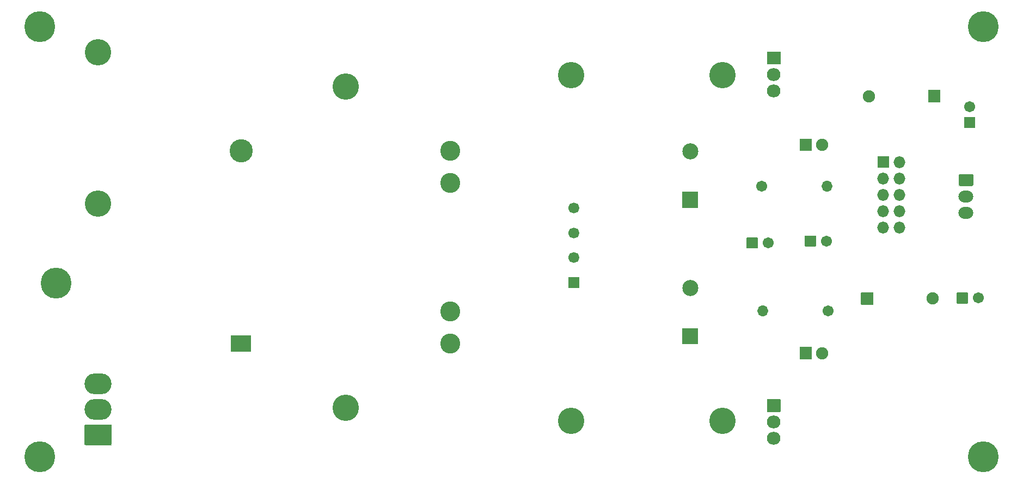
<source format=gbr>
G04 #@! TF.GenerationSoftware,KiCad,Pcbnew,(5.1.7)-1*
G04 #@! TF.CreationDate,2020-12-29T20:40:21+00:00*
G04 #@! TF.ProjectId,KOSMOPSU2,4b4f534d-4f50-4535-9532-2e6b69636164,rev?*
G04 #@! TF.SameCoordinates,Original*
G04 #@! TF.FileFunction,Soldermask,Bot*
G04 #@! TF.FilePolarity,Negative*
%FSLAX46Y46*%
G04 Gerber Fmt 4.6, Leading zero omitted, Abs format (unit mm)*
G04 Created by KiCad (PCBNEW (5.1.7)-1) date 2020-12-29 20:40:21*
%MOMM*%
%LPD*%
G01*
G04 APERTURE LIST*
%ADD10C,1.702000*%
%ADD11C,4.802000*%
%ADD12C,4.102000*%
%ADD13O,1.902000X1.902000*%
%ADD14O,2.102000X2.007000*%
%ADD15C,3.602000*%
%ADD16C,3.102000*%
%ADD17C,2.502000*%
%ADD18C,1.692000*%
%ADD19C,1.902000*%
%ADD20O,4.202000X3.262000*%
%ADD21O,1.829200X1.829200*%
%ADD22O,2.302000X1.842000*%
%ADD23O,1.702000X1.702000*%
%ADD24C,0.100000*%
G04 APERTURE END LIST*
D10*
X172466000Y-65572000D03*
G36*
G01*
X173266000Y-68923000D02*
X171666000Y-68923000D01*
G75*
G02*
X171615000Y-68872000I0J51000D01*
G01*
X171615000Y-67272000D01*
G75*
G02*
X171666000Y-67221000I51000J0D01*
G01*
X173266000Y-67221000D01*
G75*
G02*
X173317000Y-67272000I0J-51000D01*
G01*
X173317000Y-68872000D01*
G75*
G02*
X173266000Y-68923000I-51000J0D01*
G01*
G37*
D11*
X174570000Y-120080000D03*
X174580000Y-53190000D03*
X27870000Y-120080000D03*
X27880000Y-53180000D03*
D12*
X134000000Y-114460000D03*
X110500000Y-114460000D03*
X134000000Y-60670000D03*
X110500000Y-60670000D03*
X36930000Y-80660000D03*
X36930000Y-57160000D03*
D10*
X150210000Y-86480000D03*
G36*
G01*
X146859000Y-87280000D02*
X146859000Y-85680000D01*
G75*
G02*
X146910000Y-85629000I51000J0D01*
G01*
X148510000Y-85629000D01*
G75*
G02*
X148561000Y-85680000I0J-51000D01*
G01*
X148561000Y-87280000D01*
G75*
G02*
X148510000Y-87331000I-51000J0D01*
G01*
X146910000Y-87331000D01*
G75*
G02*
X146859000Y-87280000I0J51000D01*
G01*
G37*
X141150000Y-86780000D03*
G36*
G01*
X137799000Y-87580000D02*
X137799000Y-85980000D01*
G75*
G02*
X137850000Y-85929000I51000J0D01*
G01*
X139450000Y-85929000D01*
G75*
G02*
X139501000Y-85980000I0J-51000D01*
G01*
X139501000Y-87580000D01*
G75*
G02*
X139450000Y-87631000I-51000J0D01*
G01*
X137850000Y-87631000D01*
G75*
G02*
X137799000Y-87580000I0J51000D01*
G01*
G37*
X173830000Y-95360000D03*
G36*
G01*
X170479000Y-96160000D02*
X170479000Y-94560000D01*
G75*
G02*
X170530000Y-94509000I51000J0D01*
G01*
X172130000Y-94509000D01*
G75*
G02*
X172181000Y-94560000I0J-51000D01*
G01*
X172181000Y-96160000D01*
G75*
G02*
X172130000Y-96211000I-51000J0D01*
G01*
X170530000Y-96211000D01*
G75*
G02*
X170479000Y-96160000I0J51000D01*
G01*
G37*
D13*
X156820000Y-63950000D03*
G36*
G01*
X167931000Y-63050000D02*
X167931000Y-64850000D01*
G75*
G02*
X167880000Y-64901000I-51000J0D01*
G01*
X166080000Y-64901000D01*
G75*
G02*
X166029000Y-64850000I0J51000D01*
G01*
X166029000Y-63050000D01*
G75*
G02*
X166080000Y-62999000I51000J0D01*
G01*
X167880000Y-62999000D01*
G75*
G02*
X167931000Y-63050000I0J-51000D01*
G01*
G37*
X166690000Y-95440000D03*
G36*
G01*
X155579000Y-96340000D02*
X155579000Y-94540000D01*
G75*
G02*
X155630000Y-94489000I51000J0D01*
G01*
X157430000Y-94489000D01*
G75*
G02*
X157481000Y-94540000I0J-51000D01*
G01*
X157481000Y-96340000D01*
G75*
G02*
X157430000Y-96391000I-51000J0D01*
G01*
X155630000Y-96391000D01*
G75*
G02*
X155579000Y-96340000I0J51000D01*
G01*
G37*
D14*
X142000000Y-63110000D03*
X142000000Y-60570000D03*
G36*
G01*
X141000000Y-57026500D02*
X143000000Y-57026500D01*
G75*
G02*
X143051000Y-57077500I0J-51000D01*
G01*
X143051000Y-58982500D01*
G75*
G02*
X143000000Y-59033500I-51000J0D01*
G01*
X141000000Y-59033500D01*
G75*
G02*
X140949000Y-58982500I0J51000D01*
G01*
X140949000Y-57077500D01*
G75*
G02*
X141000000Y-57026500I51000J0D01*
G01*
G37*
X142000000Y-117180000D03*
X142000000Y-114640000D03*
G36*
G01*
X141000000Y-111096500D02*
X143000000Y-111096500D01*
G75*
G02*
X143051000Y-111147500I0J-51000D01*
G01*
X143051000Y-113052500D01*
G75*
G02*
X143000000Y-113103500I-51000J0D01*
G01*
X141000000Y-113103500D01*
G75*
G02*
X140949000Y-113052500I0J51000D01*
G01*
X140949000Y-111147500D01*
G75*
G02*
X141000000Y-111096500I51000J0D01*
G01*
G37*
G36*
G01*
X60660000Y-103741000D02*
X57660000Y-103741000D01*
G75*
G02*
X57609000Y-103690000I0J51000D01*
G01*
X57609000Y-101190000D01*
G75*
G02*
X57660000Y-101139000I51000J0D01*
G01*
X60660000Y-101139000D01*
G75*
G02*
X60711000Y-101190000I0J-51000D01*
G01*
X60711000Y-103690000D01*
G75*
G02*
X60660000Y-103741000I-51000J0D01*
G01*
G37*
D15*
X59160000Y-72440000D03*
D16*
X91660000Y-77440000D03*
X91660000Y-72440000D03*
X91660000Y-102440000D03*
X91660000Y-97440000D03*
D12*
X75410000Y-62440000D03*
X75410000Y-112440000D03*
D17*
X129000000Y-93780000D03*
G36*
G01*
X130200000Y-102531000D02*
X127800000Y-102531000D01*
G75*
G02*
X127749000Y-102480000I0J51000D01*
G01*
X127749000Y-100080000D01*
G75*
G02*
X127800000Y-100029000I51000J0D01*
G01*
X130200000Y-100029000D01*
G75*
G02*
X130251000Y-100080000I0J-51000D01*
G01*
X130251000Y-102480000D01*
G75*
G02*
X130200000Y-102531000I-51000J0D01*
G01*
G37*
G36*
G01*
X130200000Y-81321000D02*
X127800000Y-81321000D01*
G75*
G02*
X127749000Y-81270000I0J51000D01*
G01*
X127749000Y-78870000D01*
G75*
G02*
X127800000Y-78819000I51000J0D01*
G01*
X130200000Y-78819000D01*
G75*
G02*
X130251000Y-78870000I0J-51000D01*
G01*
X130251000Y-81270000D01*
G75*
G02*
X130200000Y-81321000I-51000J0D01*
G01*
G37*
X129000000Y-72570000D03*
D18*
X110920000Y-81355000D03*
X110920000Y-85220000D03*
X110920000Y-89085000D03*
G36*
G01*
X111715000Y-93796000D02*
X110125000Y-93796000D01*
G75*
G02*
X110074000Y-93745000I0J51000D01*
G01*
X110074000Y-92155000D01*
G75*
G02*
X110125000Y-92104000I51000J0D01*
G01*
X111715000Y-92104000D01*
G75*
G02*
X111766000Y-92155000I0J-51000D01*
G01*
X111766000Y-93745000D01*
G75*
G02*
X111715000Y-93796000I-51000J0D01*
G01*
G37*
D19*
X149540000Y-103920000D03*
G36*
G01*
X146049000Y-104820000D02*
X146049000Y-103020000D01*
G75*
G02*
X146100000Y-102969000I51000J0D01*
G01*
X147900000Y-102969000D01*
G75*
G02*
X147951000Y-103020000I0J-51000D01*
G01*
X147951000Y-104820000D01*
G75*
G02*
X147900000Y-104871000I-51000J0D01*
G01*
X146100000Y-104871000D01*
G75*
G02*
X146049000Y-104820000I0J51000D01*
G01*
G37*
G36*
G01*
X146049000Y-72410000D02*
X146049000Y-70610000D01*
G75*
G02*
X146100000Y-70559000I51000J0D01*
G01*
X147900000Y-70559000D01*
G75*
G02*
X147951000Y-70610000I0J-51000D01*
G01*
X147951000Y-72410000D01*
G75*
G02*
X147900000Y-72461000I-51000J0D01*
G01*
X146100000Y-72461000D01*
G75*
G02*
X146049000Y-72410000I0J51000D01*
G01*
G37*
X149540000Y-71510000D03*
D11*
X30410000Y-93060000D03*
G36*
G01*
X38772931Y-118281000D02*
X35087069Y-118281000D01*
G75*
G02*
X34829000Y-118022931I0J258069D01*
G01*
X34829000Y-115277069D01*
G75*
G02*
X35087069Y-115019000I258069J0D01*
G01*
X38772931Y-115019000D01*
G75*
G02*
X39031000Y-115277069I0J-258069D01*
G01*
X39031000Y-118022931D01*
G75*
G02*
X38772931Y-118281000I-258069J0D01*
G01*
G37*
D20*
X36930000Y-112690000D03*
X36930000Y-108730000D03*
G36*
G01*
X158135400Y-75063600D02*
X158135400Y-73336400D01*
G75*
G02*
X158186400Y-73285400I51000J0D01*
G01*
X159913600Y-73285400D01*
G75*
G02*
X159964600Y-73336400I0J-51000D01*
G01*
X159964600Y-75063600D01*
G75*
G02*
X159913600Y-75114600I-51000J0D01*
G01*
X158186400Y-75114600D01*
G75*
G02*
X158135400Y-75063600I0J51000D01*
G01*
G37*
D21*
X161590000Y-74200000D03*
X159050000Y-76740000D03*
X161590000Y-76740000D03*
X159050000Y-79280000D03*
X161590000Y-79280000D03*
X159050000Y-81820000D03*
X161590000Y-81820000D03*
X159050000Y-84360000D03*
X161590000Y-84360000D03*
G36*
G01*
X171033654Y-76109000D02*
X172806346Y-76109000D01*
G75*
G02*
X173071000Y-76373654I0J-264654D01*
G01*
X173071000Y-77686346D01*
G75*
G02*
X172806346Y-77951000I-264654J0D01*
G01*
X171033654Y-77951000D01*
G75*
G02*
X170769000Y-77686346I0J264654D01*
G01*
X170769000Y-76373654D01*
G75*
G02*
X171033654Y-76109000I264654J0D01*
G01*
G37*
D22*
X171920000Y-79570000D03*
X171920000Y-82110000D03*
D23*
X140290000Y-97370000D03*
D10*
X150450000Y-97370000D03*
X140160000Y-77950000D03*
D23*
X150320000Y-77950000D03*
D24*
G36*
X34830990Y-118022735D02*
G01*
X34835929Y-118072883D01*
X34850501Y-118120921D01*
X34874163Y-118165190D01*
X34906008Y-118203992D01*
X34944810Y-118235837D01*
X34989079Y-118259499D01*
X35037117Y-118274071D01*
X35087265Y-118279010D01*
X35088891Y-118280175D01*
X35088695Y-118282165D01*
X35087069Y-118283000D01*
X34987989Y-118283000D01*
X34987793Y-118282990D01*
X34951953Y-118279460D01*
X34951568Y-118279384D01*
X34923008Y-118270720D01*
X34922646Y-118270570D01*
X34896320Y-118256499D01*
X34895994Y-118256281D01*
X34872927Y-118237350D01*
X34872650Y-118237073D01*
X34853719Y-118214006D01*
X34853501Y-118213680D01*
X34839430Y-118187354D01*
X34839280Y-118186992D01*
X34830616Y-118158432D01*
X34830540Y-118158047D01*
X34827010Y-118122207D01*
X34827000Y-118122011D01*
X34827000Y-118022931D01*
X34828000Y-118021199D01*
X34830000Y-118021199D01*
X34830990Y-118022735D01*
G37*
G36*
X39032165Y-118021305D02*
G01*
X39033000Y-118022931D01*
X39033000Y-118122011D01*
X39032990Y-118122207D01*
X39029460Y-118158047D01*
X39029384Y-118158432D01*
X39020720Y-118186992D01*
X39020570Y-118187354D01*
X39006499Y-118213680D01*
X39006281Y-118214006D01*
X38987350Y-118237073D01*
X38987073Y-118237350D01*
X38964006Y-118256281D01*
X38963680Y-118256499D01*
X38937354Y-118270570D01*
X38936992Y-118270720D01*
X38908432Y-118279384D01*
X38908047Y-118279460D01*
X38872207Y-118282990D01*
X38872011Y-118283000D01*
X38772931Y-118283000D01*
X38771199Y-118282000D01*
X38771199Y-118280000D01*
X38772735Y-118279010D01*
X38822883Y-118274071D01*
X38870921Y-118259499D01*
X38915190Y-118235837D01*
X38953992Y-118203992D01*
X38985837Y-118165190D01*
X39009499Y-118120921D01*
X39024071Y-118072883D01*
X39029010Y-118022735D01*
X39030175Y-118021109D01*
X39032165Y-118021305D01*
G37*
G36*
X35088801Y-115018000D02*
G01*
X35088801Y-115020000D01*
X35087265Y-115020990D01*
X35037117Y-115025929D01*
X34989079Y-115040501D01*
X34944810Y-115064163D01*
X34906008Y-115096008D01*
X34874163Y-115134810D01*
X34850501Y-115179079D01*
X34835929Y-115227117D01*
X34830990Y-115277265D01*
X34829825Y-115278891D01*
X34827835Y-115278695D01*
X34827000Y-115277069D01*
X34827000Y-115177989D01*
X34827010Y-115177793D01*
X34830540Y-115141953D01*
X34830616Y-115141568D01*
X34839280Y-115113008D01*
X34839430Y-115112646D01*
X34853501Y-115086320D01*
X34853719Y-115085994D01*
X34872650Y-115062927D01*
X34872927Y-115062650D01*
X34895994Y-115043719D01*
X34896320Y-115043501D01*
X34922646Y-115029430D01*
X34923008Y-115029280D01*
X34951568Y-115020616D01*
X34951953Y-115020540D01*
X34987793Y-115017010D01*
X34987989Y-115017000D01*
X35087069Y-115017000D01*
X35088801Y-115018000D01*
G37*
G36*
X38872207Y-115017010D02*
G01*
X38908047Y-115020540D01*
X38908432Y-115020616D01*
X38936992Y-115029280D01*
X38937354Y-115029430D01*
X38963680Y-115043501D01*
X38964006Y-115043719D01*
X38987073Y-115062650D01*
X38987350Y-115062927D01*
X39006281Y-115085994D01*
X39006499Y-115086320D01*
X39020570Y-115112646D01*
X39020720Y-115113008D01*
X39029384Y-115141568D01*
X39029460Y-115141953D01*
X39032990Y-115177793D01*
X39033000Y-115177989D01*
X39033000Y-115277069D01*
X39032000Y-115278801D01*
X39030000Y-115278801D01*
X39029010Y-115277265D01*
X39024071Y-115227117D01*
X39009499Y-115179079D01*
X38985837Y-115134810D01*
X38953992Y-115096008D01*
X38915190Y-115064163D01*
X38870921Y-115040501D01*
X38822883Y-115025929D01*
X38772735Y-115020990D01*
X38771109Y-115019825D01*
X38771305Y-115017835D01*
X38772931Y-115017000D01*
X38872011Y-115017000D01*
X38872207Y-115017010D01*
G37*
G36*
X170770990Y-77686150D02*
G01*
X170776055Y-77737582D01*
X170791003Y-77786856D01*
X170815273Y-77832264D01*
X170847936Y-77872064D01*
X170887736Y-77904727D01*
X170933144Y-77928997D01*
X170982418Y-77943945D01*
X171033850Y-77949010D01*
X171035476Y-77950175D01*
X171035280Y-77952165D01*
X171033654Y-77953000D01*
X170950712Y-77953000D01*
X170950516Y-77952990D01*
X170910244Y-77949024D01*
X170909859Y-77948948D01*
X170877035Y-77938990D01*
X170876673Y-77938840D01*
X170846425Y-77922672D01*
X170846099Y-77922454D01*
X170819583Y-77900694D01*
X170819306Y-77900417D01*
X170797546Y-77873901D01*
X170797328Y-77873575D01*
X170781160Y-77843327D01*
X170781010Y-77842965D01*
X170771052Y-77810141D01*
X170770976Y-77809756D01*
X170767010Y-77769484D01*
X170767000Y-77769288D01*
X170767000Y-77686346D01*
X170768000Y-77684614D01*
X170770000Y-77684614D01*
X170770990Y-77686150D01*
G37*
G36*
X173072165Y-77684720D02*
G01*
X173073000Y-77686346D01*
X173073000Y-77769288D01*
X173072990Y-77769484D01*
X173069024Y-77809756D01*
X173068948Y-77810141D01*
X173058990Y-77842965D01*
X173058840Y-77843327D01*
X173042672Y-77873575D01*
X173042454Y-77873901D01*
X173020694Y-77900417D01*
X173020417Y-77900694D01*
X172993901Y-77922454D01*
X172993575Y-77922672D01*
X172963327Y-77938840D01*
X172962965Y-77938990D01*
X172930141Y-77948948D01*
X172929756Y-77949024D01*
X172889484Y-77952990D01*
X172889288Y-77953000D01*
X172806346Y-77953000D01*
X172804614Y-77952000D01*
X172804614Y-77950000D01*
X172806150Y-77949010D01*
X172857582Y-77943945D01*
X172906856Y-77928997D01*
X172952264Y-77904727D01*
X172992064Y-77872064D01*
X173024727Y-77832264D01*
X173048997Y-77786856D01*
X173063945Y-77737582D01*
X173069010Y-77686150D01*
X173070175Y-77684524D01*
X173072165Y-77684720D01*
G37*
G36*
X171035386Y-76108000D02*
G01*
X171035386Y-76110000D01*
X171033850Y-76110990D01*
X170982418Y-76116055D01*
X170933144Y-76131003D01*
X170887736Y-76155273D01*
X170847936Y-76187936D01*
X170815273Y-76227736D01*
X170791003Y-76273144D01*
X170776055Y-76322418D01*
X170770990Y-76373850D01*
X170769825Y-76375476D01*
X170767835Y-76375280D01*
X170767000Y-76373654D01*
X170767000Y-76290712D01*
X170767010Y-76290516D01*
X170770976Y-76250244D01*
X170771052Y-76249859D01*
X170781010Y-76217035D01*
X170781160Y-76216673D01*
X170797328Y-76186425D01*
X170797546Y-76186099D01*
X170819306Y-76159583D01*
X170819583Y-76159306D01*
X170846099Y-76137546D01*
X170846425Y-76137328D01*
X170876673Y-76121160D01*
X170877035Y-76121010D01*
X170909859Y-76111052D01*
X170910244Y-76110976D01*
X170950516Y-76107010D01*
X170950712Y-76107000D01*
X171033654Y-76107000D01*
X171035386Y-76108000D01*
G37*
G36*
X172889484Y-76107010D02*
G01*
X172929756Y-76110976D01*
X172930141Y-76111052D01*
X172962965Y-76121010D01*
X172963327Y-76121160D01*
X172993575Y-76137328D01*
X172993901Y-76137546D01*
X173020417Y-76159306D01*
X173020694Y-76159583D01*
X173042454Y-76186099D01*
X173042672Y-76186425D01*
X173058840Y-76216673D01*
X173058990Y-76217035D01*
X173068948Y-76249859D01*
X173069024Y-76250244D01*
X173072990Y-76290516D01*
X173073000Y-76290712D01*
X173073000Y-76373654D01*
X173072000Y-76375386D01*
X173070000Y-76375386D01*
X173069010Y-76373850D01*
X173063945Y-76322418D01*
X173048997Y-76273144D01*
X173024727Y-76227736D01*
X172992064Y-76187936D01*
X172952264Y-76155273D01*
X172906856Y-76131003D01*
X172857582Y-76116055D01*
X172806150Y-76110990D01*
X172804524Y-76109825D01*
X172804720Y-76107835D01*
X172806346Y-76107000D01*
X172889288Y-76107000D01*
X172889484Y-76107010D01*
G37*
M02*

</source>
